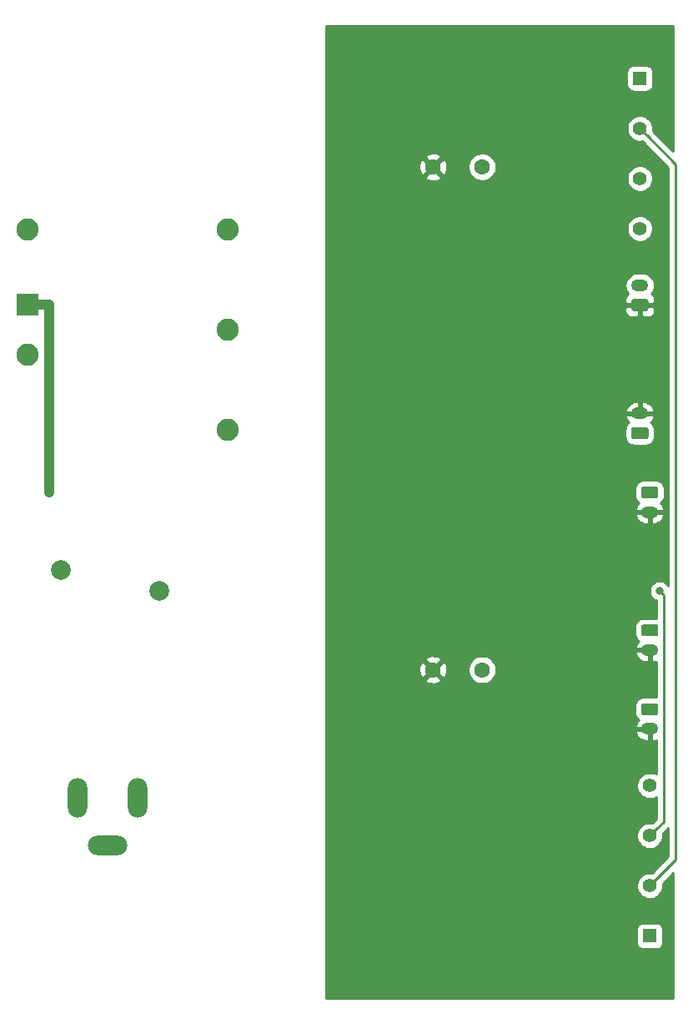
<source format=gbl>
G04 #@! TF.GenerationSoftware,KiCad,Pcbnew,(5.1.5-0)*
G04 #@! TF.CreationDate,2021-01-10T16:54:21-07:00*
G04 #@! TF.ProjectId,power_cui,706f7765-725f-4637-9569-2e6b69636164,rev?*
G04 #@! TF.SameCoordinates,Original*
G04 #@! TF.FileFunction,Copper,L2,Bot*
G04 #@! TF.FilePolarity,Positive*
%FSLAX46Y46*%
G04 Gerber Fmt 4.6, Leading zero omitted, Abs format (unit mm)*
G04 Created by KiCad (PCBNEW (5.1.5-0)) date 2021-01-10 16:54:21*
%MOMM*%
%LPD*%
G04 APERTURE LIST*
%ADD10O,2.000000X4.000000*%
%ADD11O,4.000000X2.000000*%
%ADD12O,1.750000X1.200000*%
%ADD13C,0.100000*%
%ADD14R,1.400000X1.400000*%
%ADD15C,1.400000*%
%ADD16C,1.600000*%
%ADD17R,2.250000X2.250000*%
%ADD18C,2.250000*%
%ADD19C,2.000000*%
%ADD20C,0.800000*%
%ADD21C,1.000000*%
%ADD22C,0.250000*%
%ADD23C,0.254000*%
G04 APERTURE END LIST*
D10*
X100000000Y-129000000D03*
D11*
X97000000Y-133800000D03*
D10*
X93900000Y-129000000D03*
D12*
X151000000Y-90000000D03*
G04 #@! TA.AperFunction,ComponentPad*
D13*
G36*
X151649505Y-91401204D02*
G01*
X151673773Y-91404804D01*
X151697572Y-91410765D01*
X151720671Y-91419030D01*
X151742850Y-91429520D01*
X151763893Y-91442132D01*
X151783599Y-91456747D01*
X151801777Y-91473223D01*
X151818253Y-91491401D01*
X151832868Y-91511107D01*
X151845480Y-91532150D01*
X151855970Y-91554329D01*
X151864235Y-91577428D01*
X151870196Y-91601227D01*
X151873796Y-91625495D01*
X151875000Y-91649999D01*
X151875000Y-92350001D01*
X151873796Y-92374505D01*
X151870196Y-92398773D01*
X151864235Y-92422572D01*
X151855970Y-92445671D01*
X151845480Y-92467850D01*
X151832868Y-92488893D01*
X151818253Y-92508599D01*
X151801777Y-92526777D01*
X151783599Y-92543253D01*
X151763893Y-92557868D01*
X151742850Y-92570480D01*
X151720671Y-92580970D01*
X151697572Y-92589235D01*
X151673773Y-92595196D01*
X151649505Y-92598796D01*
X151625001Y-92600000D01*
X150374999Y-92600000D01*
X150350495Y-92598796D01*
X150326227Y-92595196D01*
X150302428Y-92589235D01*
X150279329Y-92580970D01*
X150257150Y-92570480D01*
X150236107Y-92557868D01*
X150216401Y-92543253D01*
X150198223Y-92526777D01*
X150181747Y-92508599D01*
X150167132Y-92488893D01*
X150154520Y-92467850D01*
X150144030Y-92445671D01*
X150135765Y-92422572D01*
X150129804Y-92398773D01*
X150126204Y-92374505D01*
X150125000Y-92350001D01*
X150125000Y-91649999D01*
X150126204Y-91625495D01*
X150129804Y-91601227D01*
X150135765Y-91577428D01*
X150144030Y-91554329D01*
X150154520Y-91532150D01*
X150167132Y-91511107D01*
X150181747Y-91491401D01*
X150198223Y-91473223D01*
X150216401Y-91456747D01*
X150236107Y-91442132D01*
X150257150Y-91429520D01*
X150279329Y-91419030D01*
X150302428Y-91410765D01*
X150326227Y-91404804D01*
X150350495Y-91401204D01*
X150374999Y-91400000D01*
X151625001Y-91400000D01*
X151649505Y-91401204D01*
G37*
G04 #@! TD.AperFunction*
D14*
X151000000Y-56000000D03*
D15*
X151000000Y-61080000D03*
X151000000Y-66160000D03*
X151000000Y-71240000D03*
D14*
X152000000Y-143000000D03*
D15*
X152000000Y-137920000D03*
X152000000Y-132840000D03*
X152000000Y-127760000D03*
D12*
X152000000Y-122000000D03*
G04 #@! TA.AperFunction,ComponentPad*
D13*
G36*
X152649505Y-119401204D02*
G01*
X152673773Y-119404804D01*
X152697572Y-119410765D01*
X152720671Y-119419030D01*
X152742850Y-119429520D01*
X152763893Y-119442132D01*
X152783599Y-119456747D01*
X152801777Y-119473223D01*
X152818253Y-119491401D01*
X152832868Y-119511107D01*
X152845480Y-119532150D01*
X152855970Y-119554329D01*
X152864235Y-119577428D01*
X152870196Y-119601227D01*
X152873796Y-119625495D01*
X152875000Y-119649999D01*
X152875000Y-120350001D01*
X152873796Y-120374505D01*
X152870196Y-120398773D01*
X152864235Y-120422572D01*
X152855970Y-120445671D01*
X152845480Y-120467850D01*
X152832868Y-120488893D01*
X152818253Y-120508599D01*
X152801777Y-120526777D01*
X152783599Y-120543253D01*
X152763893Y-120557868D01*
X152742850Y-120570480D01*
X152720671Y-120580970D01*
X152697572Y-120589235D01*
X152673773Y-120595196D01*
X152649505Y-120598796D01*
X152625001Y-120600000D01*
X151374999Y-120600000D01*
X151350495Y-120598796D01*
X151326227Y-120595196D01*
X151302428Y-120589235D01*
X151279329Y-120580970D01*
X151257150Y-120570480D01*
X151236107Y-120557868D01*
X151216401Y-120543253D01*
X151198223Y-120526777D01*
X151181747Y-120508599D01*
X151167132Y-120488893D01*
X151154520Y-120467850D01*
X151144030Y-120445671D01*
X151135765Y-120422572D01*
X151129804Y-120398773D01*
X151126204Y-120374505D01*
X151125000Y-120350001D01*
X151125000Y-119649999D01*
X151126204Y-119625495D01*
X151129804Y-119601227D01*
X151135765Y-119577428D01*
X151144030Y-119554329D01*
X151154520Y-119532150D01*
X151167132Y-119511107D01*
X151181747Y-119491401D01*
X151198223Y-119473223D01*
X151216401Y-119456747D01*
X151236107Y-119442132D01*
X151257150Y-119429520D01*
X151279329Y-119419030D01*
X151302428Y-119410765D01*
X151326227Y-119404804D01*
X151350495Y-119401204D01*
X151374999Y-119400000D01*
X152625001Y-119400000D01*
X152649505Y-119401204D01*
G37*
G04 #@! TD.AperFunction*
D12*
X151000000Y-77000000D03*
G04 #@! TA.AperFunction,ComponentPad*
D13*
G36*
X151649505Y-78401204D02*
G01*
X151673773Y-78404804D01*
X151697572Y-78410765D01*
X151720671Y-78419030D01*
X151742850Y-78429520D01*
X151763893Y-78442132D01*
X151783599Y-78456747D01*
X151801777Y-78473223D01*
X151818253Y-78491401D01*
X151832868Y-78511107D01*
X151845480Y-78532150D01*
X151855970Y-78554329D01*
X151864235Y-78577428D01*
X151870196Y-78601227D01*
X151873796Y-78625495D01*
X151875000Y-78649999D01*
X151875000Y-79350001D01*
X151873796Y-79374505D01*
X151870196Y-79398773D01*
X151864235Y-79422572D01*
X151855970Y-79445671D01*
X151845480Y-79467850D01*
X151832868Y-79488893D01*
X151818253Y-79508599D01*
X151801777Y-79526777D01*
X151783599Y-79543253D01*
X151763893Y-79557868D01*
X151742850Y-79570480D01*
X151720671Y-79580970D01*
X151697572Y-79589235D01*
X151673773Y-79595196D01*
X151649505Y-79598796D01*
X151625001Y-79600000D01*
X150374999Y-79600000D01*
X150350495Y-79598796D01*
X150326227Y-79595196D01*
X150302428Y-79589235D01*
X150279329Y-79580970D01*
X150257150Y-79570480D01*
X150236107Y-79557868D01*
X150216401Y-79543253D01*
X150198223Y-79526777D01*
X150181747Y-79508599D01*
X150167132Y-79488893D01*
X150154520Y-79467850D01*
X150144030Y-79445671D01*
X150135765Y-79422572D01*
X150129804Y-79398773D01*
X150126204Y-79374505D01*
X150125000Y-79350001D01*
X150125000Y-78649999D01*
X150126204Y-78625495D01*
X150129804Y-78601227D01*
X150135765Y-78577428D01*
X150144030Y-78554329D01*
X150154520Y-78532150D01*
X150167132Y-78511107D01*
X150181747Y-78491401D01*
X150198223Y-78473223D01*
X150216401Y-78456747D01*
X150236107Y-78442132D01*
X150257150Y-78429520D01*
X150279329Y-78419030D01*
X150302428Y-78410765D01*
X150326227Y-78404804D01*
X150350495Y-78401204D01*
X150374999Y-78400000D01*
X151625001Y-78400000D01*
X151649505Y-78401204D01*
G37*
G04 #@! TD.AperFunction*
D12*
X152000000Y-114000000D03*
G04 #@! TA.AperFunction,ComponentPad*
D13*
G36*
X152649505Y-111401204D02*
G01*
X152673773Y-111404804D01*
X152697572Y-111410765D01*
X152720671Y-111419030D01*
X152742850Y-111429520D01*
X152763893Y-111442132D01*
X152783599Y-111456747D01*
X152801777Y-111473223D01*
X152818253Y-111491401D01*
X152832868Y-111511107D01*
X152845480Y-111532150D01*
X152855970Y-111554329D01*
X152864235Y-111577428D01*
X152870196Y-111601227D01*
X152873796Y-111625495D01*
X152875000Y-111649999D01*
X152875000Y-112350001D01*
X152873796Y-112374505D01*
X152870196Y-112398773D01*
X152864235Y-112422572D01*
X152855970Y-112445671D01*
X152845480Y-112467850D01*
X152832868Y-112488893D01*
X152818253Y-112508599D01*
X152801777Y-112526777D01*
X152783599Y-112543253D01*
X152763893Y-112557868D01*
X152742850Y-112570480D01*
X152720671Y-112580970D01*
X152697572Y-112589235D01*
X152673773Y-112595196D01*
X152649505Y-112598796D01*
X152625001Y-112600000D01*
X151374999Y-112600000D01*
X151350495Y-112598796D01*
X151326227Y-112595196D01*
X151302428Y-112589235D01*
X151279329Y-112580970D01*
X151257150Y-112570480D01*
X151236107Y-112557868D01*
X151216401Y-112543253D01*
X151198223Y-112526777D01*
X151181747Y-112508599D01*
X151167132Y-112488893D01*
X151154520Y-112467850D01*
X151144030Y-112445671D01*
X151135765Y-112422572D01*
X151129804Y-112398773D01*
X151126204Y-112374505D01*
X151125000Y-112350001D01*
X151125000Y-111649999D01*
X151126204Y-111625495D01*
X151129804Y-111601227D01*
X151135765Y-111577428D01*
X151144030Y-111554329D01*
X151154520Y-111532150D01*
X151167132Y-111511107D01*
X151181747Y-111491401D01*
X151198223Y-111473223D01*
X151216401Y-111456747D01*
X151236107Y-111442132D01*
X151257150Y-111429520D01*
X151279329Y-111419030D01*
X151302428Y-111410765D01*
X151326227Y-111404804D01*
X151350495Y-111401204D01*
X151374999Y-111400000D01*
X152625001Y-111400000D01*
X152649505Y-111401204D01*
G37*
G04 #@! TD.AperFunction*
D12*
X152000000Y-100000000D03*
G04 #@! TA.AperFunction,ComponentPad*
D13*
G36*
X152649505Y-97401204D02*
G01*
X152673773Y-97404804D01*
X152697572Y-97410765D01*
X152720671Y-97419030D01*
X152742850Y-97429520D01*
X152763893Y-97442132D01*
X152783599Y-97456747D01*
X152801777Y-97473223D01*
X152818253Y-97491401D01*
X152832868Y-97511107D01*
X152845480Y-97532150D01*
X152855970Y-97554329D01*
X152864235Y-97577428D01*
X152870196Y-97601227D01*
X152873796Y-97625495D01*
X152875000Y-97649999D01*
X152875000Y-98350001D01*
X152873796Y-98374505D01*
X152870196Y-98398773D01*
X152864235Y-98422572D01*
X152855970Y-98445671D01*
X152845480Y-98467850D01*
X152832868Y-98488893D01*
X152818253Y-98508599D01*
X152801777Y-98526777D01*
X152783599Y-98543253D01*
X152763893Y-98557868D01*
X152742850Y-98570480D01*
X152720671Y-98580970D01*
X152697572Y-98589235D01*
X152673773Y-98595196D01*
X152649505Y-98598796D01*
X152625001Y-98600000D01*
X151374999Y-98600000D01*
X151350495Y-98598796D01*
X151326227Y-98595196D01*
X151302428Y-98589235D01*
X151279329Y-98580970D01*
X151257150Y-98570480D01*
X151236107Y-98557868D01*
X151216401Y-98543253D01*
X151198223Y-98526777D01*
X151181747Y-98508599D01*
X151167132Y-98488893D01*
X151154520Y-98467850D01*
X151144030Y-98445671D01*
X151135765Y-98422572D01*
X151129804Y-98398773D01*
X151126204Y-98374505D01*
X151125000Y-98350001D01*
X151125000Y-97649999D01*
X151126204Y-97625495D01*
X151129804Y-97601227D01*
X151135765Y-97577428D01*
X151144030Y-97554329D01*
X151154520Y-97532150D01*
X151167132Y-97511107D01*
X151181747Y-97491401D01*
X151198223Y-97473223D01*
X151216401Y-97456747D01*
X151236107Y-97442132D01*
X151257150Y-97429520D01*
X151279329Y-97419030D01*
X151302428Y-97410765D01*
X151326227Y-97404804D01*
X151350495Y-97401204D01*
X151374999Y-97400000D01*
X152625001Y-97400000D01*
X152649505Y-97401204D01*
G37*
G04 #@! TD.AperFunction*
D16*
X135000000Y-65000000D03*
X130000000Y-65000000D03*
X130000000Y-116000000D03*
X135000000Y-116000000D03*
D17*
X88840000Y-78960000D03*
D18*
X88840000Y-84040000D03*
X109160000Y-91660000D03*
X109160000Y-81500000D03*
X109160000Y-71340000D03*
X88840000Y-71340000D03*
D19*
X92200000Y-105900000D03*
X102200000Y-108000000D03*
D20*
X91000000Y-98000000D03*
X91000000Y-96000000D03*
X153000000Y-108000000D03*
D21*
X90965000Y-78960000D02*
X88840000Y-78960000D01*
X91000000Y-78995000D02*
X90965000Y-78960000D01*
X91000000Y-96000000D02*
X91000000Y-78995000D01*
X91000000Y-98000000D02*
X91000000Y-96000000D01*
D22*
X151699999Y-61779999D02*
X151000000Y-61080000D01*
X154649990Y-135270010D02*
X154649990Y-64729990D01*
X154649990Y-64729990D02*
X151699999Y-61779999D01*
X152000000Y-137920000D02*
X154649990Y-135270010D01*
X153399999Y-131440001D02*
X152699999Y-132140001D01*
X153399999Y-108399999D02*
X153399999Y-131440001D01*
X152699999Y-132140001D02*
X152000000Y-132840000D01*
X153000000Y-108000000D02*
X153399999Y-108399999D01*
D23*
G36*
X154340001Y-63345199D02*
G01*
X152313645Y-61318844D01*
X152335000Y-61211486D01*
X152335000Y-60948514D01*
X152283696Y-60690595D01*
X152183061Y-60447641D01*
X152036962Y-60228987D01*
X151851013Y-60043038D01*
X151632359Y-59896939D01*
X151389405Y-59796304D01*
X151131486Y-59745000D01*
X150868514Y-59745000D01*
X150610595Y-59796304D01*
X150367641Y-59896939D01*
X150148987Y-60043038D01*
X149963038Y-60228987D01*
X149816939Y-60447641D01*
X149716304Y-60690595D01*
X149665000Y-60948514D01*
X149665000Y-61211486D01*
X149716304Y-61469405D01*
X149816939Y-61712359D01*
X149963038Y-61931013D01*
X150148987Y-62116962D01*
X150367641Y-62263061D01*
X150610595Y-62363696D01*
X150868514Y-62415000D01*
X151131486Y-62415000D01*
X151238844Y-62393645D01*
X153889991Y-65044793D01*
X153889990Y-107469014D01*
X153803937Y-107340226D01*
X153659774Y-107196063D01*
X153490256Y-107082795D01*
X153301898Y-107004774D01*
X153101939Y-106965000D01*
X152898061Y-106965000D01*
X152698102Y-107004774D01*
X152509744Y-107082795D01*
X152340226Y-107196063D01*
X152196063Y-107340226D01*
X152082795Y-107509744D01*
X152004774Y-107698102D01*
X151965000Y-107898061D01*
X151965000Y-108101939D01*
X152004774Y-108301898D01*
X152082795Y-108490256D01*
X152196063Y-108659774D01*
X152340226Y-108803937D01*
X152509744Y-108917205D01*
X152639999Y-108971159D01*
X152639999Y-110763405D01*
X152625001Y-110761928D01*
X151374999Y-110761928D01*
X151201745Y-110778992D01*
X151035149Y-110829528D01*
X150881613Y-110911595D01*
X150747038Y-111022038D01*
X150636595Y-111156613D01*
X150554528Y-111310149D01*
X150503992Y-111476745D01*
X150486928Y-111649999D01*
X150486928Y-112350001D01*
X150503992Y-112523255D01*
X150554528Y-112689851D01*
X150636595Y-112843387D01*
X150747038Y-112977962D01*
X150881613Y-113088405D01*
X150886406Y-113090967D01*
X150761922Y-113216526D01*
X150627579Y-113419467D01*
X150535409Y-113644718D01*
X150531538Y-113682391D01*
X150656269Y-113873000D01*
X151873000Y-113873000D01*
X151873000Y-113853000D01*
X152127000Y-113853000D01*
X152127000Y-113873000D01*
X152147000Y-113873000D01*
X152147000Y-114127000D01*
X152127000Y-114127000D01*
X152127000Y-115235000D01*
X152402000Y-115235000D01*
X152639999Y-115186594D01*
X152639999Y-118763405D01*
X152625001Y-118761928D01*
X151374999Y-118761928D01*
X151201745Y-118778992D01*
X151035149Y-118829528D01*
X150881613Y-118911595D01*
X150747038Y-119022038D01*
X150636595Y-119156613D01*
X150554528Y-119310149D01*
X150503992Y-119476745D01*
X150486928Y-119649999D01*
X150486928Y-120350001D01*
X150503992Y-120523255D01*
X150554528Y-120689851D01*
X150636595Y-120843387D01*
X150747038Y-120977962D01*
X150881613Y-121088405D01*
X150886406Y-121090967D01*
X150761922Y-121216526D01*
X150627579Y-121419467D01*
X150535409Y-121644718D01*
X150531538Y-121682391D01*
X150656269Y-121873000D01*
X151873000Y-121873000D01*
X151873000Y-121853000D01*
X152127000Y-121853000D01*
X152127000Y-121873000D01*
X152147000Y-121873000D01*
X152147000Y-122127000D01*
X152127000Y-122127000D01*
X152127000Y-123235000D01*
X152402000Y-123235000D01*
X152640000Y-123186594D01*
X152640000Y-126582044D01*
X152632359Y-126576939D01*
X152389405Y-126476304D01*
X152131486Y-126425000D01*
X151868514Y-126425000D01*
X151610595Y-126476304D01*
X151367641Y-126576939D01*
X151148987Y-126723038D01*
X150963038Y-126908987D01*
X150816939Y-127127641D01*
X150716304Y-127370595D01*
X150665000Y-127628514D01*
X150665000Y-127891486D01*
X150716304Y-128149405D01*
X150816939Y-128392359D01*
X150963038Y-128611013D01*
X151148987Y-128796962D01*
X151367641Y-128943061D01*
X151610595Y-129043696D01*
X151868514Y-129095000D01*
X152131486Y-129095000D01*
X152389405Y-129043696D01*
X152632359Y-128943061D01*
X152640000Y-128937956D01*
X152640000Y-131125198D01*
X152238844Y-131526355D01*
X152131486Y-131505000D01*
X151868514Y-131505000D01*
X151610595Y-131556304D01*
X151367641Y-131656939D01*
X151148987Y-131803038D01*
X150963038Y-131988987D01*
X150816939Y-132207641D01*
X150716304Y-132450595D01*
X150665000Y-132708514D01*
X150665000Y-132971486D01*
X150716304Y-133229405D01*
X150816939Y-133472359D01*
X150963038Y-133691013D01*
X151148987Y-133876962D01*
X151367641Y-134023061D01*
X151610595Y-134123696D01*
X151868514Y-134175000D01*
X152131486Y-134175000D01*
X152389405Y-134123696D01*
X152632359Y-134023061D01*
X152851013Y-133876962D01*
X153036962Y-133691013D01*
X153183061Y-133472359D01*
X153283696Y-133229405D01*
X153335000Y-132971486D01*
X153335000Y-132708514D01*
X153313645Y-132601156D01*
X153889990Y-132024813D01*
X153889990Y-134955208D01*
X152238844Y-136606355D01*
X152131486Y-136585000D01*
X151868514Y-136585000D01*
X151610595Y-136636304D01*
X151367641Y-136736939D01*
X151148987Y-136883038D01*
X150963038Y-137068987D01*
X150816939Y-137287641D01*
X150716304Y-137530595D01*
X150665000Y-137788514D01*
X150665000Y-138051486D01*
X150716304Y-138309405D01*
X150816939Y-138552359D01*
X150963038Y-138771013D01*
X151148987Y-138956962D01*
X151367641Y-139103061D01*
X151610595Y-139203696D01*
X151868514Y-139255000D01*
X152131486Y-139255000D01*
X152389405Y-139203696D01*
X152632359Y-139103061D01*
X152851013Y-138956962D01*
X153036962Y-138771013D01*
X153183061Y-138552359D01*
X153283696Y-138309405D01*
X153335000Y-138051486D01*
X153335000Y-137788514D01*
X153313645Y-137681156D01*
X154340000Y-136654802D01*
X154340000Y-149340000D01*
X119127000Y-149340000D01*
X119127000Y-142300000D01*
X150661928Y-142300000D01*
X150661928Y-143700000D01*
X150674188Y-143824482D01*
X150710498Y-143944180D01*
X150769463Y-144054494D01*
X150848815Y-144151185D01*
X150945506Y-144230537D01*
X151055820Y-144289502D01*
X151175518Y-144325812D01*
X151300000Y-144338072D01*
X152700000Y-144338072D01*
X152824482Y-144325812D01*
X152944180Y-144289502D01*
X153054494Y-144230537D01*
X153151185Y-144151185D01*
X153230537Y-144054494D01*
X153289502Y-143944180D01*
X153325812Y-143824482D01*
X153338072Y-143700000D01*
X153338072Y-142300000D01*
X153325812Y-142175518D01*
X153289502Y-142055820D01*
X153230537Y-141945506D01*
X153151185Y-141848815D01*
X153054494Y-141769463D01*
X152944180Y-141710498D01*
X152824482Y-141674188D01*
X152700000Y-141661928D01*
X151300000Y-141661928D01*
X151175518Y-141674188D01*
X151055820Y-141710498D01*
X150945506Y-141769463D01*
X150848815Y-141848815D01*
X150769463Y-141945506D01*
X150710498Y-142055820D01*
X150674188Y-142175518D01*
X150661928Y-142300000D01*
X119127000Y-142300000D01*
X119127000Y-122317609D01*
X150531538Y-122317609D01*
X150535409Y-122355282D01*
X150627579Y-122580533D01*
X150761922Y-122783474D01*
X150933275Y-122956307D01*
X151135054Y-123092390D01*
X151359504Y-123186493D01*
X151598000Y-123235000D01*
X151873000Y-123235000D01*
X151873000Y-122127000D01*
X150656269Y-122127000D01*
X150531538Y-122317609D01*
X119127000Y-122317609D01*
X119127000Y-116992702D01*
X129186903Y-116992702D01*
X129258486Y-117236671D01*
X129513996Y-117357571D01*
X129788184Y-117426300D01*
X130070512Y-117440217D01*
X130350130Y-117398787D01*
X130616292Y-117303603D01*
X130741514Y-117236671D01*
X130813097Y-116992702D01*
X130000000Y-116179605D01*
X129186903Y-116992702D01*
X119127000Y-116992702D01*
X119127000Y-116070512D01*
X128559783Y-116070512D01*
X128601213Y-116350130D01*
X128696397Y-116616292D01*
X128763329Y-116741514D01*
X129007298Y-116813097D01*
X129820395Y-116000000D01*
X130179605Y-116000000D01*
X130992702Y-116813097D01*
X131236671Y-116741514D01*
X131357571Y-116486004D01*
X131426300Y-116211816D01*
X131440217Y-115929488D01*
X131429724Y-115858665D01*
X133565000Y-115858665D01*
X133565000Y-116141335D01*
X133620147Y-116418574D01*
X133728320Y-116679727D01*
X133885363Y-116914759D01*
X134085241Y-117114637D01*
X134320273Y-117271680D01*
X134581426Y-117379853D01*
X134858665Y-117435000D01*
X135141335Y-117435000D01*
X135418574Y-117379853D01*
X135679727Y-117271680D01*
X135914759Y-117114637D01*
X136114637Y-116914759D01*
X136271680Y-116679727D01*
X136379853Y-116418574D01*
X136435000Y-116141335D01*
X136435000Y-115858665D01*
X136379853Y-115581426D01*
X136271680Y-115320273D01*
X136114637Y-115085241D01*
X135914759Y-114885363D01*
X135679727Y-114728320D01*
X135418574Y-114620147D01*
X135141335Y-114565000D01*
X134858665Y-114565000D01*
X134581426Y-114620147D01*
X134320273Y-114728320D01*
X134085241Y-114885363D01*
X133885363Y-115085241D01*
X133728320Y-115320273D01*
X133620147Y-115581426D01*
X133565000Y-115858665D01*
X131429724Y-115858665D01*
X131398787Y-115649870D01*
X131303603Y-115383708D01*
X131236671Y-115258486D01*
X130992702Y-115186903D01*
X130179605Y-116000000D01*
X129820395Y-116000000D01*
X129007298Y-115186903D01*
X128763329Y-115258486D01*
X128642429Y-115513996D01*
X128573700Y-115788184D01*
X128559783Y-116070512D01*
X119127000Y-116070512D01*
X119127000Y-115007298D01*
X129186903Y-115007298D01*
X130000000Y-115820395D01*
X130813097Y-115007298D01*
X130741514Y-114763329D01*
X130486004Y-114642429D01*
X130211816Y-114573700D01*
X129929488Y-114559783D01*
X129649870Y-114601213D01*
X129383708Y-114696397D01*
X129258486Y-114763329D01*
X129186903Y-115007298D01*
X119127000Y-115007298D01*
X119127000Y-114317609D01*
X150531538Y-114317609D01*
X150535409Y-114355282D01*
X150627579Y-114580533D01*
X150761922Y-114783474D01*
X150933275Y-114956307D01*
X151135054Y-115092390D01*
X151359504Y-115186493D01*
X151598000Y-115235000D01*
X151873000Y-115235000D01*
X151873000Y-114127000D01*
X150656269Y-114127000D01*
X150531538Y-114317609D01*
X119127000Y-114317609D01*
X119127000Y-100317609D01*
X150531538Y-100317609D01*
X150535409Y-100355282D01*
X150627579Y-100580533D01*
X150761922Y-100783474D01*
X150933275Y-100956307D01*
X151135054Y-101092390D01*
X151359504Y-101186493D01*
X151598000Y-101235000D01*
X151873000Y-101235000D01*
X151873000Y-100127000D01*
X152127000Y-100127000D01*
X152127000Y-101235000D01*
X152402000Y-101235000D01*
X152640496Y-101186493D01*
X152864946Y-101092390D01*
X153066725Y-100956307D01*
X153238078Y-100783474D01*
X153372421Y-100580533D01*
X153464591Y-100355282D01*
X153468462Y-100317609D01*
X153343731Y-100127000D01*
X152127000Y-100127000D01*
X151873000Y-100127000D01*
X150656269Y-100127000D01*
X150531538Y-100317609D01*
X119127000Y-100317609D01*
X119127000Y-97649999D01*
X150486928Y-97649999D01*
X150486928Y-98350001D01*
X150503992Y-98523255D01*
X150554528Y-98689851D01*
X150636595Y-98843387D01*
X150747038Y-98977962D01*
X150881613Y-99088405D01*
X150886406Y-99090967D01*
X150761922Y-99216526D01*
X150627579Y-99419467D01*
X150535409Y-99644718D01*
X150531538Y-99682391D01*
X150656269Y-99873000D01*
X151873000Y-99873000D01*
X151873000Y-99853000D01*
X152127000Y-99853000D01*
X152127000Y-99873000D01*
X153343731Y-99873000D01*
X153468462Y-99682391D01*
X153464591Y-99644718D01*
X153372421Y-99419467D01*
X153238078Y-99216526D01*
X153113594Y-99090967D01*
X153118387Y-99088405D01*
X153252962Y-98977962D01*
X153363405Y-98843387D01*
X153445472Y-98689851D01*
X153496008Y-98523255D01*
X153513072Y-98350001D01*
X153513072Y-97649999D01*
X153496008Y-97476745D01*
X153445472Y-97310149D01*
X153363405Y-97156613D01*
X153252962Y-97022038D01*
X153118387Y-96911595D01*
X152964851Y-96829528D01*
X152798255Y-96778992D01*
X152625001Y-96761928D01*
X151374999Y-96761928D01*
X151201745Y-96778992D01*
X151035149Y-96829528D01*
X150881613Y-96911595D01*
X150747038Y-97022038D01*
X150636595Y-97156613D01*
X150554528Y-97310149D01*
X150503992Y-97476745D01*
X150486928Y-97649999D01*
X119127000Y-97649999D01*
X119127000Y-91649999D01*
X149486928Y-91649999D01*
X149486928Y-92350001D01*
X149503992Y-92523255D01*
X149554528Y-92689851D01*
X149636595Y-92843387D01*
X149747038Y-92977962D01*
X149881613Y-93088405D01*
X150035149Y-93170472D01*
X150201745Y-93221008D01*
X150374999Y-93238072D01*
X151625001Y-93238072D01*
X151798255Y-93221008D01*
X151964851Y-93170472D01*
X152118387Y-93088405D01*
X152252962Y-92977962D01*
X152363405Y-92843387D01*
X152445472Y-92689851D01*
X152496008Y-92523255D01*
X152513072Y-92350001D01*
X152513072Y-91649999D01*
X152496008Y-91476745D01*
X152445472Y-91310149D01*
X152363405Y-91156613D01*
X152252962Y-91022038D01*
X152118387Y-90911595D01*
X152113594Y-90909033D01*
X152238078Y-90783474D01*
X152372421Y-90580533D01*
X152464591Y-90355282D01*
X152468462Y-90317609D01*
X152343731Y-90127000D01*
X151127000Y-90127000D01*
X151127000Y-90147000D01*
X150873000Y-90147000D01*
X150873000Y-90127000D01*
X149656269Y-90127000D01*
X149531538Y-90317609D01*
X149535409Y-90355282D01*
X149627579Y-90580533D01*
X149761922Y-90783474D01*
X149886406Y-90909033D01*
X149881613Y-90911595D01*
X149747038Y-91022038D01*
X149636595Y-91156613D01*
X149554528Y-91310149D01*
X149503992Y-91476745D01*
X149486928Y-91649999D01*
X119127000Y-91649999D01*
X119127000Y-89682391D01*
X149531538Y-89682391D01*
X149656269Y-89873000D01*
X150873000Y-89873000D01*
X150873000Y-88765000D01*
X151127000Y-88765000D01*
X151127000Y-89873000D01*
X152343731Y-89873000D01*
X152468462Y-89682391D01*
X152464591Y-89644718D01*
X152372421Y-89419467D01*
X152238078Y-89216526D01*
X152066725Y-89043693D01*
X151864946Y-88907610D01*
X151640496Y-88813507D01*
X151402000Y-88765000D01*
X151127000Y-88765000D01*
X150873000Y-88765000D01*
X150598000Y-88765000D01*
X150359504Y-88813507D01*
X150135054Y-88907610D01*
X149933275Y-89043693D01*
X149761922Y-89216526D01*
X149627579Y-89419467D01*
X149535409Y-89644718D01*
X149531538Y-89682391D01*
X119127000Y-89682391D01*
X119127000Y-79600000D01*
X149486928Y-79600000D01*
X149499188Y-79724482D01*
X149535498Y-79844180D01*
X149594463Y-79954494D01*
X149673815Y-80051185D01*
X149770506Y-80130537D01*
X149880820Y-80189502D01*
X150000518Y-80225812D01*
X150125000Y-80238072D01*
X150714250Y-80235000D01*
X150873000Y-80076250D01*
X150873000Y-79127000D01*
X151127000Y-79127000D01*
X151127000Y-80076250D01*
X151285750Y-80235000D01*
X151875000Y-80238072D01*
X151999482Y-80225812D01*
X152119180Y-80189502D01*
X152229494Y-80130537D01*
X152326185Y-80051185D01*
X152405537Y-79954494D01*
X152464502Y-79844180D01*
X152500812Y-79724482D01*
X152513072Y-79600000D01*
X152510000Y-79285750D01*
X152351250Y-79127000D01*
X151127000Y-79127000D01*
X150873000Y-79127000D01*
X149648750Y-79127000D01*
X149490000Y-79285750D01*
X149486928Y-79600000D01*
X119127000Y-79600000D01*
X119127000Y-77000000D01*
X149484025Y-77000000D01*
X149507870Y-77242102D01*
X149578489Y-77474901D01*
X149693167Y-77689449D01*
X149819436Y-77843309D01*
X149770506Y-77869463D01*
X149673815Y-77948815D01*
X149594463Y-78045506D01*
X149535498Y-78155820D01*
X149499188Y-78275518D01*
X149486928Y-78400000D01*
X149490000Y-78714250D01*
X149648750Y-78873000D01*
X150873000Y-78873000D01*
X150873000Y-78853000D01*
X151127000Y-78853000D01*
X151127000Y-78873000D01*
X152351250Y-78873000D01*
X152510000Y-78714250D01*
X152513072Y-78400000D01*
X152500812Y-78275518D01*
X152464502Y-78155820D01*
X152405537Y-78045506D01*
X152326185Y-77948815D01*
X152229494Y-77869463D01*
X152180564Y-77843309D01*
X152306833Y-77689449D01*
X152421511Y-77474901D01*
X152492130Y-77242102D01*
X152515975Y-77000000D01*
X152492130Y-76757898D01*
X152421511Y-76525099D01*
X152306833Y-76310551D01*
X152152502Y-76122498D01*
X151964449Y-75968167D01*
X151749901Y-75853489D01*
X151517102Y-75782870D01*
X151335665Y-75765000D01*
X150664335Y-75765000D01*
X150482898Y-75782870D01*
X150250099Y-75853489D01*
X150035551Y-75968167D01*
X149847498Y-76122498D01*
X149693167Y-76310551D01*
X149578489Y-76525099D01*
X149507870Y-76757898D01*
X149484025Y-77000000D01*
X119127000Y-77000000D01*
X119127000Y-71108514D01*
X149665000Y-71108514D01*
X149665000Y-71371486D01*
X149716304Y-71629405D01*
X149816939Y-71872359D01*
X149963038Y-72091013D01*
X150148987Y-72276962D01*
X150367641Y-72423061D01*
X150610595Y-72523696D01*
X150868514Y-72575000D01*
X151131486Y-72575000D01*
X151389405Y-72523696D01*
X151632359Y-72423061D01*
X151851013Y-72276962D01*
X152036962Y-72091013D01*
X152183061Y-71872359D01*
X152283696Y-71629405D01*
X152335000Y-71371486D01*
X152335000Y-71108514D01*
X152283696Y-70850595D01*
X152183061Y-70607641D01*
X152036962Y-70388987D01*
X151851013Y-70203038D01*
X151632359Y-70056939D01*
X151389405Y-69956304D01*
X151131486Y-69905000D01*
X150868514Y-69905000D01*
X150610595Y-69956304D01*
X150367641Y-70056939D01*
X150148987Y-70203038D01*
X149963038Y-70388987D01*
X149816939Y-70607641D01*
X149716304Y-70850595D01*
X149665000Y-71108514D01*
X119127000Y-71108514D01*
X119127000Y-65992702D01*
X129186903Y-65992702D01*
X129258486Y-66236671D01*
X129513996Y-66357571D01*
X129788184Y-66426300D01*
X130070512Y-66440217D01*
X130350130Y-66398787D01*
X130616292Y-66303603D01*
X130741514Y-66236671D01*
X130813097Y-65992702D01*
X130000000Y-65179605D01*
X129186903Y-65992702D01*
X119127000Y-65992702D01*
X119127000Y-65070512D01*
X128559783Y-65070512D01*
X128601213Y-65350130D01*
X128696397Y-65616292D01*
X128763329Y-65741514D01*
X129007298Y-65813097D01*
X129820395Y-65000000D01*
X130179605Y-65000000D01*
X130992702Y-65813097D01*
X131236671Y-65741514D01*
X131357571Y-65486004D01*
X131426300Y-65211816D01*
X131440217Y-64929488D01*
X131429724Y-64858665D01*
X133565000Y-64858665D01*
X133565000Y-65141335D01*
X133620147Y-65418574D01*
X133728320Y-65679727D01*
X133885363Y-65914759D01*
X134085241Y-66114637D01*
X134320273Y-66271680D01*
X134581426Y-66379853D01*
X134858665Y-66435000D01*
X135141335Y-66435000D01*
X135418574Y-66379853D01*
X135679727Y-66271680D01*
X135914759Y-66114637D01*
X136000882Y-66028514D01*
X149665000Y-66028514D01*
X149665000Y-66291486D01*
X149716304Y-66549405D01*
X149816939Y-66792359D01*
X149963038Y-67011013D01*
X150148987Y-67196962D01*
X150367641Y-67343061D01*
X150610595Y-67443696D01*
X150868514Y-67495000D01*
X151131486Y-67495000D01*
X151389405Y-67443696D01*
X151632359Y-67343061D01*
X151851013Y-67196962D01*
X152036962Y-67011013D01*
X152183061Y-66792359D01*
X152283696Y-66549405D01*
X152335000Y-66291486D01*
X152335000Y-66028514D01*
X152283696Y-65770595D01*
X152183061Y-65527641D01*
X152036962Y-65308987D01*
X151851013Y-65123038D01*
X151632359Y-64976939D01*
X151389405Y-64876304D01*
X151131486Y-64825000D01*
X150868514Y-64825000D01*
X150610595Y-64876304D01*
X150367641Y-64976939D01*
X150148987Y-65123038D01*
X149963038Y-65308987D01*
X149816939Y-65527641D01*
X149716304Y-65770595D01*
X149665000Y-66028514D01*
X136000882Y-66028514D01*
X136114637Y-65914759D01*
X136271680Y-65679727D01*
X136379853Y-65418574D01*
X136435000Y-65141335D01*
X136435000Y-64858665D01*
X136379853Y-64581426D01*
X136271680Y-64320273D01*
X136114637Y-64085241D01*
X135914759Y-63885363D01*
X135679727Y-63728320D01*
X135418574Y-63620147D01*
X135141335Y-63565000D01*
X134858665Y-63565000D01*
X134581426Y-63620147D01*
X134320273Y-63728320D01*
X134085241Y-63885363D01*
X133885363Y-64085241D01*
X133728320Y-64320273D01*
X133620147Y-64581426D01*
X133565000Y-64858665D01*
X131429724Y-64858665D01*
X131398787Y-64649870D01*
X131303603Y-64383708D01*
X131236671Y-64258486D01*
X130992702Y-64186903D01*
X130179605Y-65000000D01*
X129820395Y-65000000D01*
X129007298Y-64186903D01*
X128763329Y-64258486D01*
X128642429Y-64513996D01*
X128573700Y-64788184D01*
X128559783Y-65070512D01*
X119127000Y-65070512D01*
X119127000Y-64007298D01*
X129186903Y-64007298D01*
X130000000Y-64820395D01*
X130813097Y-64007298D01*
X130741514Y-63763329D01*
X130486004Y-63642429D01*
X130211816Y-63573700D01*
X129929488Y-63559783D01*
X129649870Y-63601213D01*
X129383708Y-63696397D01*
X129258486Y-63763329D01*
X129186903Y-64007298D01*
X119127000Y-64007298D01*
X119127000Y-55300000D01*
X149661928Y-55300000D01*
X149661928Y-56700000D01*
X149674188Y-56824482D01*
X149710498Y-56944180D01*
X149769463Y-57054494D01*
X149848815Y-57151185D01*
X149945506Y-57230537D01*
X150055820Y-57289502D01*
X150175518Y-57325812D01*
X150300000Y-57338072D01*
X151700000Y-57338072D01*
X151824482Y-57325812D01*
X151944180Y-57289502D01*
X152054494Y-57230537D01*
X152151185Y-57151185D01*
X152230537Y-57054494D01*
X152289502Y-56944180D01*
X152325812Y-56824482D01*
X152338072Y-56700000D01*
X152338072Y-55300000D01*
X152325812Y-55175518D01*
X152289502Y-55055820D01*
X152230537Y-54945506D01*
X152151185Y-54848815D01*
X152054494Y-54769463D01*
X151944180Y-54710498D01*
X151824482Y-54674188D01*
X151700000Y-54661928D01*
X150300000Y-54661928D01*
X150175518Y-54674188D01*
X150055820Y-54710498D01*
X149945506Y-54769463D01*
X149848815Y-54848815D01*
X149769463Y-54945506D01*
X149710498Y-55055820D01*
X149674188Y-55175518D01*
X149661928Y-55300000D01*
X119127000Y-55300000D01*
X119127000Y-50660000D01*
X154340001Y-50660000D01*
X154340001Y-63345199D01*
G37*
X154340001Y-63345199D02*
X152313645Y-61318844D01*
X152335000Y-61211486D01*
X152335000Y-60948514D01*
X152283696Y-60690595D01*
X152183061Y-60447641D01*
X152036962Y-60228987D01*
X151851013Y-60043038D01*
X151632359Y-59896939D01*
X151389405Y-59796304D01*
X151131486Y-59745000D01*
X150868514Y-59745000D01*
X150610595Y-59796304D01*
X150367641Y-59896939D01*
X150148987Y-60043038D01*
X149963038Y-60228987D01*
X149816939Y-60447641D01*
X149716304Y-60690595D01*
X149665000Y-60948514D01*
X149665000Y-61211486D01*
X149716304Y-61469405D01*
X149816939Y-61712359D01*
X149963038Y-61931013D01*
X150148987Y-62116962D01*
X150367641Y-62263061D01*
X150610595Y-62363696D01*
X150868514Y-62415000D01*
X151131486Y-62415000D01*
X151238844Y-62393645D01*
X153889991Y-65044793D01*
X153889990Y-107469014D01*
X153803937Y-107340226D01*
X153659774Y-107196063D01*
X153490256Y-107082795D01*
X153301898Y-107004774D01*
X153101939Y-106965000D01*
X152898061Y-106965000D01*
X152698102Y-107004774D01*
X152509744Y-107082795D01*
X152340226Y-107196063D01*
X152196063Y-107340226D01*
X152082795Y-107509744D01*
X152004774Y-107698102D01*
X151965000Y-107898061D01*
X151965000Y-108101939D01*
X152004774Y-108301898D01*
X152082795Y-108490256D01*
X152196063Y-108659774D01*
X152340226Y-108803937D01*
X152509744Y-108917205D01*
X152639999Y-108971159D01*
X152639999Y-110763405D01*
X152625001Y-110761928D01*
X151374999Y-110761928D01*
X151201745Y-110778992D01*
X151035149Y-110829528D01*
X150881613Y-110911595D01*
X150747038Y-111022038D01*
X150636595Y-111156613D01*
X150554528Y-111310149D01*
X150503992Y-111476745D01*
X150486928Y-111649999D01*
X150486928Y-112350001D01*
X150503992Y-112523255D01*
X150554528Y-112689851D01*
X150636595Y-112843387D01*
X150747038Y-112977962D01*
X150881613Y-113088405D01*
X150886406Y-113090967D01*
X150761922Y-113216526D01*
X150627579Y-113419467D01*
X150535409Y-113644718D01*
X150531538Y-113682391D01*
X150656269Y-113873000D01*
X151873000Y-113873000D01*
X151873000Y-113853000D01*
X152127000Y-113853000D01*
X152127000Y-113873000D01*
X152147000Y-113873000D01*
X152147000Y-114127000D01*
X152127000Y-114127000D01*
X152127000Y-115235000D01*
X152402000Y-115235000D01*
X152639999Y-115186594D01*
X152639999Y-118763405D01*
X152625001Y-118761928D01*
X151374999Y-118761928D01*
X151201745Y-118778992D01*
X151035149Y-118829528D01*
X150881613Y-118911595D01*
X150747038Y-119022038D01*
X150636595Y-119156613D01*
X150554528Y-119310149D01*
X150503992Y-119476745D01*
X150486928Y-119649999D01*
X150486928Y-120350001D01*
X150503992Y-120523255D01*
X150554528Y-120689851D01*
X150636595Y-120843387D01*
X150747038Y-120977962D01*
X150881613Y-121088405D01*
X150886406Y-121090967D01*
X150761922Y-121216526D01*
X150627579Y-121419467D01*
X150535409Y-121644718D01*
X150531538Y-121682391D01*
X150656269Y-121873000D01*
X151873000Y-121873000D01*
X151873000Y-121853000D01*
X152127000Y-121853000D01*
X152127000Y-121873000D01*
X152147000Y-121873000D01*
X152147000Y-122127000D01*
X152127000Y-122127000D01*
X152127000Y-123235000D01*
X152402000Y-123235000D01*
X152640000Y-123186594D01*
X152640000Y-126582044D01*
X152632359Y-126576939D01*
X152389405Y-126476304D01*
X152131486Y-126425000D01*
X151868514Y-126425000D01*
X151610595Y-126476304D01*
X151367641Y-126576939D01*
X151148987Y-126723038D01*
X150963038Y-126908987D01*
X150816939Y-127127641D01*
X150716304Y-127370595D01*
X150665000Y-127628514D01*
X150665000Y-127891486D01*
X150716304Y-128149405D01*
X150816939Y-128392359D01*
X150963038Y-128611013D01*
X151148987Y-128796962D01*
X151367641Y-128943061D01*
X151610595Y-129043696D01*
X151868514Y-129095000D01*
X152131486Y-129095000D01*
X152389405Y-129043696D01*
X152632359Y-128943061D01*
X152640000Y-128937956D01*
X152640000Y-131125198D01*
X152238844Y-131526355D01*
X152131486Y-131505000D01*
X151868514Y-131505000D01*
X151610595Y-131556304D01*
X151367641Y-131656939D01*
X151148987Y-131803038D01*
X150963038Y-131988987D01*
X150816939Y-132207641D01*
X150716304Y-132450595D01*
X150665000Y-132708514D01*
X150665000Y-132971486D01*
X150716304Y-133229405D01*
X150816939Y-133472359D01*
X150963038Y-133691013D01*
X151148987Y-133876962D01*
X151367641Y-134023061D01*
X151610595Y-134123696D01*
X151868514Y-134175000D01*
X152131486Y-134175000D01*
X152389405Y-134123696D01*
X152632359Y-134023061D01*
X152851013Y-133876962D01*
X153036962Y-133691013D01*
X153183061Y-133472359D01*
X153283696Y-133229405D01*
X153335000Y-132971486D01*
X153335000Y-132708514D01*
X153313645Y-132601156D01*
X153889990Y-132024813D01*
X153889990Y-134955208D01*
X152238844Y-136606355D01*
X152131486Y-136585000D01*
X151868514Y-136585000D01*
X151610595Y-136636304D01*
X151367641Y-136736939D01*
X151148987Y-136883038D01*
X150963038Y-137068987D01*
X150816939Y-137287641D01*
X150716304Y-137530595D01*
X150665000Y-137788514D01*
X150665000Y-138051486D01*
X150716304Y-138309405D01*
X150816939Y-138552359D01*
X150963038Y-138771013D01*
X151148987Y-138956962D01*
X151367641Y-139103061D01*
X151610595Y-139203696D01*
X151868514Y-139255000D01*
X152131486Y-139255000D01*
X152389405Y-139203696D01*
X152632359Y-139103061D01*
X152851013Y-138956962D01*
X153036962Y-138771013D01*
X153183061Y-138552359D01*
X153283696Y-138309405D01*
X153335000Y-138051486D01*
X153335000Y-137788514D01*
X153313645Y-137681156D01*
X154340000Y-136654802D01*
X154340000Y-149340000D01*
X119127000Y-149340000D01*
X119127000Y-142300000D01*
X150661928Y-142300000D01*
X150661928Y-143700000D01*
X150674188Y-143824482D01*
X150710498Y-143944180D01*
X150769463Y-144054494D01*
X150848815Y-144151185D01*
X150945506Y-144230537D01*
X151055820Y-144289502D01*
X151175518Y-144325812D01*
X151300000Y-144338072D01*
X152700000Y-144338072D01*
X152824482Y-144325812D01*
X152944180Y-144289502D01*
X153054494Y-144230537D01*
X153151185Y-144151185D01*
X153230537Y-144054494D01*
X153289502Y-143944180D01*
X153325812Y-143824482D01*
X153338072Y-143700000D01*
X153338072Y-142300000D01*
X153325812Y-142175518D01*
X153289502Y-142055820D01*
X153230537Y-141945506D01*
X153151185Y-141848815D01*
X153054494Y-141769463D01*
X152944180Y-141710498D01*
X152824482Y-141674188D01*
X152700000Y-141661928D01*
X151300000Y-141661928D01*
X151175518Y-141674188D01*
X151055820Y-141710498D01*
X150945506Y-141769463D01*
X150848815Y-141848815D01*
X150769463Y-141945506D01*
X150710498Y-142055820D01*
X150674188Y-142175518D01*
X150661928Y-142300000D01*
X119127000Y-142300000D01*
X119127000Y-122317609D01*
X150531538Y-122317609D01*
X150535409Y-122355282D01*
X150627579Y-122580533D01*
X150761922Y-122783474D01*
X150933275Y-122956307D01*
X151135054Y-123092390D01*
X151359504Y-123186493D01*
X151598000Y-123235000D01*
X151873000Y-123235000D01*
X151873000Y-122127000D01*
X150656269Y-122127000D01*
X150531538Y-122317609D01*
X119127000Y-122317609D01*
X119127000Y-116992702D01*
X129186903Y-116992702D01*
X129258486Y-117236671D01*
X129513996Y-117357571D01*
X129788184Y-117426300D01*
X130070512Y-117440217D01*
X130350130Y-117398787D01*
X130616292Y-117303603D01*
X130741514Y-117236671D01*
X130813097Y-116992702D01*
X130000000Y-116179605D01*
X129186903Y-116992702D01*
X119127000Y-116992702D01*
X119127000Y-116070512D01*
X128559783Y-116070512D01*
X128601213Y-116350130D01*
X128696397Y-116616292D01*
X128763329Y-116741514D01*
X129007298Y-116813097D01*
X129820395Y-116000000D01*
X130179605Y-116000000D01*
X130992702Y-116813097D01*
X131236671Y-116741514D01*
X131357571Y-116486004D01*
X131426300Y-116211816D01*
X131440217Y-115929488D01*
X131429724Y-115858665D01*
X133565000Y-115858665D01*
X133565000Y-116141335D01*
X133620147Y-116418574D01*
X133728320Y-116679727D01*
X133885363Y-116914759D01*
X134085241Y-117114637D01*
X134320273Y-117271680D01*
X134581426Y-117379853D01*
X134858665Y-117435000D01*
X135141335Y-117435000D01*
X135418574Y-117379853D01*
X135679727Y-117271680D01*
X135914759Y-117114637D01*
X136114637Y-116914759D01*
X136271680Y-116679727D01*
X136379853Y-116418574D01*
X136435000Y-116141335D01*
X136435000Y-115858665D01*
X136379853Y-115581426D01*
X136271680Y-115320273D01*
X136114637Y-115085241D01*
X135914759Y-114885363D01*
X135679727Y-114728320D01*
X135418574Y-114620147D01*
X135141335Y-114565000D01*
X134858665Y-114565000D01*
X134581426Y-114620147D01*
X134320273Y-114728320D01*
X134085241Y-114885363D01*
X133885363Y-115085241D01*
X133728320Y-115320273D01*
X133620147Y-115581426D01*
X133565000Y-115858665D01*
X131429724Y-115858665D01*
X131398787Y-115649870D01*
X131303603Y-115383708D01*
X131236671Y-115258486D01*
X130992702Y-115186903D01*
X130179605Y-116000000D01*
X129820395Y-116000000D01*
X129007298Y-115186903D01*
X128763329Y-115258486D01*
X128642429Y-115513996D01*
X128573700Y-115788184D01*
X128559783Y-116070512D01*
X119127000Y-116070512D01*
X119127000Y-115007298D01*
X129186903Y-115007298D01*
X130000000Y-115820395D01*
X130813097Y-115007298D01*
X130741514Y-114763329D01*
X130486004Y-114642429D01*
X130211816Y-114573700D01*
X129929488Y-114559783D01*
X129649870Y-114601213D01*
X129383708Y-114696397D01*
X129258486Y-114763329D01*
X129186903Y-115007298D01*
X119127000Y-115007298D01*
X119127000Y-114317609D01*
X150531538Y-114317609D01*
X150535409Y-114355282D01*
X150627579Y-114580533D01*
X150761922Y-114783474D01*
X150933275Y-114956307D01*
X151135054Y-115092390D01*
X151359504Y-115186493D01*
X151598000Y-115235000D01*
X151873000Y-115235000D01*
X151873000Y-114127000D01*
X150656269Y-114127000D01*
X150531538Y-114317609D01*
X119127000Y-114317609D01*
X119127000Y-100317609D01*
X150531538Y-100317609D01*
X150535409Y-100355282D01*
X150627579Y-100580533D01*
X150761922Y-100783474D01*
X150933275Y-100956307D01*
X151135054Y-101092390D01*
X151359504Y-101186493D01*
X151598000Y-101235000D01*
X151873000Y-101235000D01*
X151873000Y-100127000D01*
X152127000Y-100127000D01*
X152127000Y-101235000D01*
X152402000Y-101235000D01*
X152640496Y-101186493D01*
X152864946Y-101092390D01*
X153066725Y-100956307D01*
X153238078Y-100783474D01*
X153372421Y-100580533D01*
X153464591Y-100355282D01*
X153468462Y-100317609D01*
X153343731Y-100127000D01*
X152127000Y-100127000D01*
X151873000Y-100127000D01*
X150656269Y-100127000D01*
X150531538Y-100317609D01*
X119127000Y-100317609D01*
X119127000Y-97649999D01*
X150486928Y-97649999D01*
X150486928Y-98350001D01*
X150503992Y-98523255D01*
X150554528Y-98689851D01*
X150636595Y-98843387D01*
X150747038Y-98977962D01*
X150881613Y-99088405D01*
X150886406Y-99090967D01*
X150761922Y-99216526D01*
X150627579Y-99419467D01*
X150535409Y-99644718D01*
X150531538Y-99682391D01*
X150656269Y-99873000D01*
X151873000Y-99873000D01*
X151873000Y-99853000D01*
X152127000Y-99853000D01*
X152127000Y-99873000D01*
X153343731Y-99873000D01*
X153468462Y-99682391D01*
X153464591Y-99644718D01*
X153372421Y-99419467D01*
X153238078Y-99216526D01*
X153113594Y-99090967D01*
X153118387Y-99088405D01*
X153252962Y-98977962D01*
X153363405Y-98843387D01*
X153445472Y-98689851D01*
X153496008Y-98523255D01*
X153513072Y-98350001D01*
X153513072Y-97649999D01*
X153496008Y-97476745D01*
X153445472Y-97310149D01*
X153363405Y-97156613D01*
X153252962Y-97022038D01*
X153118387Y-96911595D01*
X152964851Y-96829528D01*
X152798255Y-96778992D01*
X152625001Y-96761928D01*
X151374999Y-96761928D01*
X151201745Y-96778992D01*
X151035149Y-96829528D01*
X150881613Y-96911595D01*
X150747038Y-97022038D01*
X150636595Y-97156613D01*
X150554528Y-97310149D01*
X150503992Y-97476745D01*
X150486928Y-97649999D01*
X119127000Y-97649999D01*
X119127000Y-91649999D01*
X149486928Y-91649999D01*
X149486928Y-92350001D01*
X149503992Y-92523255D01*
X149554528Y-92689851D01*
X149636595Y-92843387D01*
X149747038Y-92977962D01*
X149881613Y-93088405D01*
X150035149Y-93170472D01*
X150201745Y-93221008D01*
X150374999Y-93238072D01*
X151625001Y-93238072D01*
X151798255Y-93221008D01*
X151964851Y-93170472D01*
X152118387Y-93088405D01*
X152252962Y-92977962D01*
X152363405Y-92843387D01*
X152445472Y-92689851D01*
X152496008Y-92523255D01*
X152513072Y-92350001D01*
X152513072Y-91649999D01*
X152496008Y-91476745D01*
X152445472Y-91310149D01*
X152363405Y-91156613D01*
X152252962Y-91022038D01*
X152118387Y-90911595D01*
X152113594Y-90909033D01*
X152238078Y-90783474D01*
X152372421Y-90580533D01*
X152464591Y-90355282D01*
X152468462Y-90317609D01*
X152343731Y-90127000D01*
X151127000Y-90127000D01*
X151127000Y-90147000D01*
X150873000Y-90147000D01*
X150873000Y-90127000D01*
X149656269Y-90127000D01*
X149531538Y-90317609D01*
X149535409Y-90355282D01*
X149627579Y-90580533D01*
X149761922Y-90783474D01*
X149886406Y-90909033D01*
X149881613Y-90911595D01*
X149747038Y-91022038D01*
X149636595Y-91156613D01*
X149554528Y-91310149D01*
X149503992Y-91476745D01*
X149486928Y-91649999D01*
X119127000Y-91649999D01*
X119127000Y-89682391D01*
X149531538Y-89682391D01*
X149656269Y-89873000D01*
X150873000Y-89873000D01*
X150873000Y-88765000D01*
X151127000Y-88765000D01*
X151127000Y-89873000D01*
X152343731Y-89873000D01*
X152468462Y-89682391D01*
X152464591Y-89644718D01*
X152372421Y-89419467D01*
X152238078Y-89216526D01*
X152066725Y-89043693D01*
X151864946Y-88907610D01*
X151640496Y-88813507D01*
X151402000Y-88765000D01*
X151127000Y-88765000D01*
X150873000Y-88765000D01*
X150598000Y-88765000D01*
X150359504Y-88813507D01*
X150135054Y-88907610D01*
X149933275Y-89043693D01*
X149761922Y-89216526D01*
X149627579Y-89419467D01*
X149535409Y-89644718D01*
X149531538Y-89682391D01*
X119127000Y-89682391D01*
X119127000Y-79600000D01*
X149486928Y-79600000D01*
X149499188Y-79724482D01*
X149535498Y-79844180D01*
X149594463Y-79954494D01*
X149673815Y-80051185D01*
X149770506Y-80130537D01*
X149880820Y-80189502D01*
X150000518Y-80225812D01*
X150125000Y-80238072D01*
X150714250Y-80235000D01*
X150873000Y-80076250D01*
X150873000Y-79127000D01*
X151127000Y-79127000D01*
X151127000Y-80076250D01*
X151285750Y-80235000D01*
X151875000Y-80238072D01*
X151999482Y-80225812D01*
X152119180Y-80189502D01*
X152229494Y-80130537D01*
X152326185Y-80051185D01*
X152405537Y-79954494D01*
X152464502Y-79844180D01*
X152500812Y-79724482D01*
X152513072Y-79600000D01*
X152510000Y-79285750D01*
X152351250Y-79127000D01*
X151127000Y-79127000D01*
X150873000Y-79127000D01*
X149648750Y-79127000D01*
X149490000Y-79285750D01*
X149486928Y-79600000D01*
X119127000Y-79600000D01*
X119127000Y-77000000D01*
X149484025Y-77000000D01*
X149507870Y-77242102D01*
X149578489Y-77474901D01*
X149693167Y-77689449D01*
X149819436Y-77843309D01*
X149770506Y-77869463D01*
X149673815Y-77948815D01*
X149594463Y-78045506D01*
X149535498Y-78155820D01*
X149499188Y-78275518D01*
X149486928Y-78400000D01*
X149490000Y-78714250D01*
X149648750Y-78873000D01*
X150873000Y-78873000D01*
X150873000Y-78853000D01*
X151127000Y-78853000D01*
X151127000Y-78873000D01*
X152351250Y-78873000D01*
X152510000Y-78714250D01*
X152513072Y-78400000D01*
X152500812Y-78275518D01*
X152464502Y-78155820D01*
X152405537Y-78045506D01*
X152326185Y-77948815D01*
X152229494Y-77869463D01*
X152180564Y-77843309D01*
X152306833Y-77689449D01*
X152421511Y-77474901D01*
X152492130Y-77242102D01*
X152515975Y-77000000D01*
X152492130Y-76757898D01*
X152421511Y-76525099D01*
X152306833Y-76310551D01*
X152152502Y-76122498D01*
X151964449Y-75968167D01*
X151749901Y-75853489D01*
X151517102Y-75782870D01*
X151335665Y-75765000D01*
X150664335Y-75765000D01*
X150482898Y-75782870D01*
X150250099Y-75853489D01*
X150035551Y-75968167D01*
X149847498Y-76122498D01*
X149693167Y-76310551D01*
X149578489Y-76525099D01*
X149507870Y-76757898D01*
X149484025Y-77000000D01*
X119127000Y-77000000D01*
X119127000Y-71108514D01*
X149665000Y-71108514D01*
X149665000Y-71371486D01*
X149716304Y-71629405D01*
X149816939Y-71872359D01*
X149963038Y-72091013D01*
X150148987Y-72276962D01*
X150367641Y-72423061D01*
X150610595Y-72523696D01*
X150868514Y-72575000D01*
X151131486Y-72575000D01*
X151389405Y-72523696D01*
X151632359Y-72423061D01*
X151851013Y-72276962D01*
X152036962Y-72091013D01*
X152183061Y-71872359D01*
X152283696Y-71629405D01*
X152335000Y-71371486D01*
X152335000Y-71108514D01*
X152283696Y-70850595D01*
X152183061Y-70607641D01*
X152036962Y-70388987D01*
X151851013Y-70203038D01*
X151632359Y-70056939D01*
X151389405Y-69956304D01*
X151131486Y-69905000D01*
X150868514Y-69905000D01*
X150610595Y-69956304D01*
X150367641Y-70056939D01*
X150148987Y-70203038D01*
X149963038Y-70388987D01*
X149816939Y-70607641D01*
X149716304Y-70850595D01*
X149665000Y-71108514D01*
X119127000Y-71108514D01*
X119127000Y-65992702D01*
X129186903Y-65992702D01*
X129258486Y-66236671D01*
X129513996Y-66357571D01*
X129788184Y-66426300D01*
X130070512Y-66440217D01*
X130350130Y-66398787D01*
X130616292Y-66303603D01*
X130741514Y-66236671D01*
X130813097Y-65992702D01*
X130000000Y-65179605D01*
X129186903Y-65992702D01*
X119127000Y-65992702D01*
X119127000Y-65070512D01*
X128559783Y-65070512D01*
X128601213Y-65350130D01*
X128696397Y-65616292D01*
X128763329Y-65741514D01*
X129007298Y-65813097D01*
X129820395Y-65000000D01*
X130179605Y-65000000D01*
X130992702Y-65813097D01*
X131236671Y-65741514D01*
X131357571Y-65486004D01*
X131426300Y-65211816D01*
X131440217Y-64929488D01*
X131429724Y-64858665D01*
X133565000Y-64858665D01*
X133565000Y-65141335D01*
X133620147Y-65418574D01*
X133728320Y-65679727D01*
X133885363Y-65914759D01*
X134085241Y-66114637D01*
X134320273Y-66271680D01*
X134581426Y-66379853D01*
X134858665Y-66435000D01*
X135141335Y-66435000D01*
X135418574Y-66379853D01*
X135679727Y-66271680D01*
X135914759Y-66114637D01*
X136000882Y-66028514D01*
X149665000Y-66028514D01*
X149665000Y-66291486D01*
X149716304Y-66549405D01*
X149816939Y-66792359D01*
X149963038Y-67011013D01*
X150148987Y-67196962D01*
X150367641Y-67343061D01*
X150610595Y-67443696D01*
X150868514Y-67495000D01*
X151131486Y-67495000D01*
X151389405Y-67443696D01*
X151632359Y-67343061D01*
X151851013Y-67196962D01*
X152036962Y-67011013D01*
X152183061Y-66792359D01*
X152283696Y-66549405D01*
X152335000Y-66291486D01*
X152335000Y-66028514D01*
X152283696Y-65770595D01*
X152183061Y-65527641D01*
X152036962Y-65308987D01*
X151851013Y-65123038D01*
X151632359Y-64976939D01*
X151389405Y-64876304D01*
X151131486Y-64825000D01*
X150868514Y-64825000D01*
X150610595Y-64876304D01*
X150367641Y-64976939D01*
X150148987Y-65123038D01*
X149963038Y-65308987D01*
X149816939Y-65527641D01*
X149716304Y-65770595D01*
X149665000Y-66028514D01*
X136000882Y-66028514D01*
X136114637Y-65914759D01*
X136271680Y-65679727D01*
X136379853Y-65418574D01*
X136435000Y-65141335D01*
X136435000Y-64858665D01*
X136379853Y-64581426D01*
X136271680Y-64320273D01*
X136114637Y-64085241D01*
X135914759Y-63885363D01*
X135679727Y-63728320D01*
X135418574Y-63620147D01*
X135141335Y-63565000D01*
X134858665Y-63565000D01*
X134581426Y-63620147D01*
X134320273Y-63728320D01*
X134085241Y-63885363D01*
X133885363Y-64085241D01*
X133728320Y-64320273D01*
X133620147Y-64581426D01*
X133565000Y-64858665D01*
X131429724Y-64858665D01*
X131398787Y-64649870D01*
X131303603Y-64383708D01*
X131236671Y-64258486D01*
X130992702Y-64186903D01*
X130179605Y-65000000D01*
X129820395Y-65000000D01*
X129007298Y-64186903D01*
X128763329Y-64258486D01*
X128642429Y-64513996D01*
X128573700Y-64788184D01*
X128559783Y-65070512D01*
X119127000Y-65070512D01*
X119127000Y-64007298D01*
X129186903Y-64007298D01*
X130000000Y-64820395D01*
X130813097Y-64007298D01*
X130741514Y-63763329D01*
X130486004Y-63642429D01*
X130211816Y-63573700D01*
X129929488Y-63559783D01*
X129649870Y-63601213D01*
X129383708Y-63696397D01*
X129258486Y-63763329D01*
X129186903Y-64007298D01*
X119127000Y-64007298D01*
X119127000Y-55300000D01*
X149661928Y-55300000D01*
X149661928Y-56700000D01*
X149674188Y-56824482D01*
X149710498Y-56944180D01*
X149769463Y-57054494D01*
X149848815Y-57151185D01*
X149945506Y-57230537D01*
X150055820Y-57289502D01*
X150175518Y-57325812D01*
X150300000Y-57338072D01*
X151700000Y-57338072D01*
X151824482Y-57325812D01*
X151944180Y-57289502D01*
X152054494Y-57230537D01*
X152151185Y-57151185D01*
X152230537Y-57054494D01*
X152289502Y-56944180D01*
X152325812Y-56824482D01*
X152338072Y-56700000D01*
X152338072Y-55300000D01*
X152325812Y-55175518D01*
X152289502Y-55055820D01*
X152230537Y-54945506D01*
X152151185Y-54848815D01*
X152054494Y-54769463D01*
X151944180Y-54710498D01*
X151824482Y-54674188D01*
X151700000Y-54661928D01*
X150300000Y-54661928D01*
X150175518Y-54674188D01*
X150055820Y-54710498D01*
X149945506Y-54769463D01*
X149848815Y-54848815D01*
X149769463Y-54945506D01*
X149710498Y-55055820D01*
X149674188Y-55175518D01*
X149661928Y-55300000D01*
X119127000Y-55300000D01*
X119127000Y-50660000D01*
X154340001Y-50660000D01*
X154340001Y-63345199D01*
M02*

</source>
